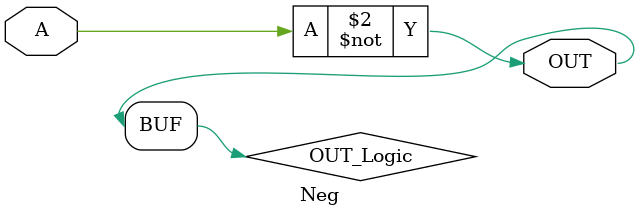
<source format=sv>

module Neg
#(
	parameter INBits=1
)
(
	input [INBits-1:0] A,
	
	output [INBits-1:0]OUT

);

 logic [INBits-1:0]OUT_Logic;

 always_comb
 begin
	 OUT_Logic = ~A;
 end
 
 assign OUT = OUT_Logic;


endmodule

</source>
